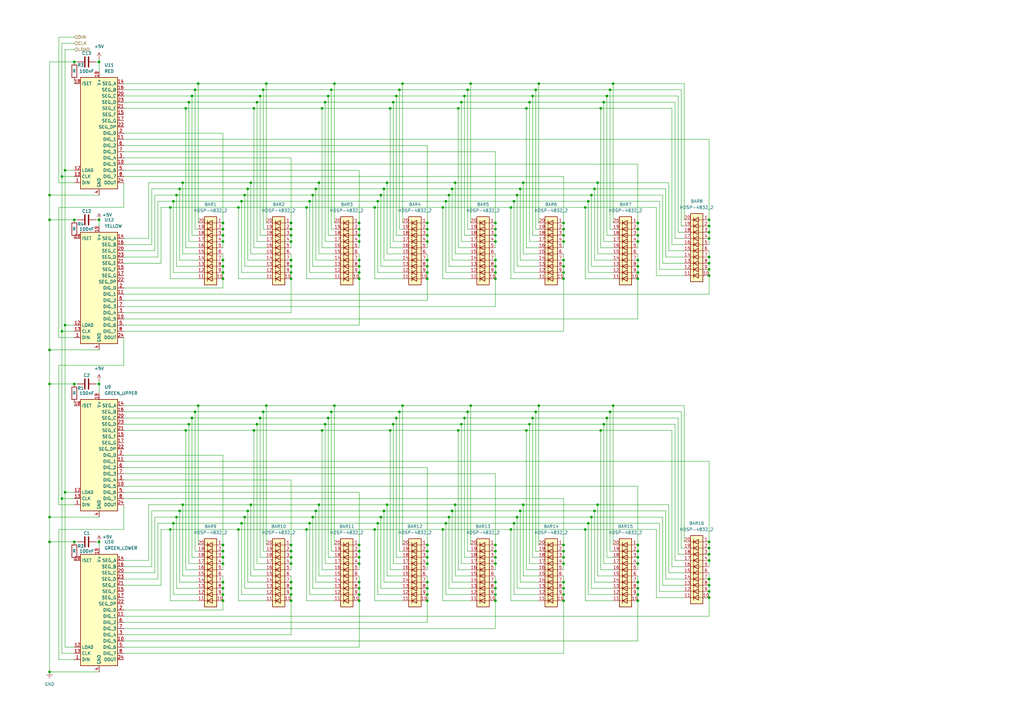
<source format=kicad_sch>
(kicad_sch (version 20231120) (generator "eeschema") (generator_version "8.0")
  (paper "A3")
  (junction (at 240.03 217.17))
  (junction (at 147.32 99.06))
  (junction (at 106.68 171.45))
  (junction (at 102.87 74.93))
  (junction (at 154.94 82.55))
  (junction (at 104.14 44.45))
  (junction (at 175.26 246.38))
  (junction (at 191.77 168.91))
  (junction (at 156.21 212.09))
  (junction (at 243.84 77.47))
  (junction (at 119.38 228.6))
  (junction (at 203.2 228.6))
  (junction (at 203.2 238.76))
  (junction (at 175.26 93.98))
  (junction (at 119.38 106.68))
  (junction (at 290.83 222.25))
  (junction (at 261.62 223.52))
  (junction (at 147.32 226.06))
  (junction (at 109.22 166.37))
  (junction (at 175.26 223.52))
  (junction (at 231.14 111.76))
  (junction (at 261.62 231.14))
  (junction (at 147.32 93.98))
  (junction (at 203.2 99.06))
  (junction (at 203.2 223.52))
  (junction (at 147.32 96.52))
  (junction (at 187.96 176.53))
  (junction (at 134.62 171.45))
  (junction (at 147.32 114.3))
  (junction (at 119.38 109.22))
  (junction (at 77.47 41.91))
  (junction (at 91.44 93.98))
  (junction (at 175.26 111.76))
  (junction (at 91.44 109.22))
  (junction (at 158.75 207.01))
  (junction (at 119.38 93.98))
  (junction (at 213.36 209.55))
  (junction (at 30.48 90.17))
  (junction (at 74.93 207.01))
  (junction (at 219.71 168.91))
  (junction (at 91.44 99.06))
  (junction (at 165.1 166.37))
  (junction (at 147.32 223.52))
  (junction (at 175.26 99.06))
  (junction (at 175.26 96.52))
  (junction (at 290.83 110.49))
  (junction (at 147.32 228.6))
  (junction (at 261.62 243.84))
  (junction (at 119.38 243.84))
  (junction (at 231.14 243.84))
  (junction (at 261.62 246.38))
  (junction (at 147.32 241.3))
  (junction (at 76.2 44.45))
  (junction (at 77.47 173.99))
  (junction (at 78.74 39.37))
  (junction (at 261.62 91.44))
  (junction (at 220.98 166.37))
  (junction (at 290.83 227.33))
  (junction (at 290.83 224.79))
  (junction (at 203.2 241.3))
  (junction (at 231.14 96.52))
  (junction (at 40.64 90.17))
  (junction (at 130.81 207.01))
  (junction (at 242.57 212.09))
  (junction (at 105.41 41.91))
  (junction (at 132.08 176.53))
  (junction (at 290.83 95.25))
  (junction (at 261.62 114.3))
  (junction (at 25.4 72.39))
  (junction (at 91.44 106.68))
  (junction (at 129.54 77.47))
  (junction (at 81.28 166.37))
  (junction (at 290.83 107.95))
  (junction (at 261.62 241.3))
  (junction (at 99.06 82.55))
  (junction (at 290.83 97.79))
  (junction (at 135.89 168.91))
  (junction (at 91.44 228.6))
  (junction (at 231.14 99.06))
  (junction (at 25.4 204.47))
  (junction (at 20.32 222.25))
  (junction (at 231.14 238.76))
  (junction (at 231.14 228.6))
  (junction (at 261.62 238.76))
  (junction (at 246.38 44.45))
  (junction (at 290.83 113.03))
  (junction (at 20.32 80.01))
  (junction (at 30.48 222.25))
  (junction (at 210.82 82.55))
  (junction (at 203.2 231.14))
  (junction (at 251.46 166.37))
  (junction (at 20.32 90.17))
  (junction (at 248.92 171.45))
  (junction (at 175.26 226.06))
  (junction (at 128.27 212.09))
  (junction (at 203.2 109.22))
  (junction (at 69.85 217.17))
  (junction (at 231.14 246.38))
  (junction (at 132.08 44.45))
  (junction (at 175.26 238.76))
  (junction (at 125.73 217.17))
  (junction (at 210.82 214.63))
  (junction (at 203.2 106.68))
  (junction (at 74.93 74.93))
  (junction (at 91.44 231.14))
  (junction (at 213.36 77.47))
  (junction (at 203.2 226.06))
  (junction (at 214.63 74.93))
  (junction (at 25.4 135.89))
  (junction (at 212.09 212.09))
  (junction (at 20.32 212.09))
  (junction (at 91.44 241.3))
  (junction (at 215.9 176.53))
  (junction (at 119.38 241.3))
  (junction (at 26.67 201.93))
  (junction (at 80.01 36.83))
  (junction (at 128.27 80.01))
  (junction (at 69.85 85.09))
  (junction (at 241.3 214.63))
  (junction (at 119.38 226.06))
  (junction (at 189.23 41.91))
  (junction (at 97.79 85.09))
  (junction (at 250.19 168.91))
  (junction (at 26.67 133.35))
  (junction (at 261.62 226.06))
  (junction (at 147.32 109.22))
  (junction (at 40.64 25.4))
  (junction (at 181.61 217.17))
  (junction (at 91.44 226.06))
  (junction (at 231.14 231.14))
  (junction (at 161.29 173.99))
  (junction (at 81.28 34.29))
  (junction (at 119.38 114.3))
  (junction (at 231.14 241.3))
  (junction (at 203.2 243.84))
  (junction (at 261.62 106.68))
  (junction (at 147.32 106.68))
  (junction (at 203.2 114.3))
  (junction (at 129.54 209.55))
  (junction (at 78.74 171.45))
  (junction (at 154.94 214.63))
  (junction (at 147.32 111.76))
  (junction (at 163.83 36.83))
  (junction (at 175.26 241.3))
  (junction (at 71.12 82.55))
  (junction (at 247.65 41.91))
  (junction (at 91.44 111.76))
  (junction (at 231.14 91.44))
  (junction (at 190.5 171.45))
  (junction (at 261.62 111.76))
  (junction (at 135.89 36.83))
  (junction (at 160.02 176.53))
  (junction (at 158.75 74.93))
  (junction (at 153.67 85.09))
  (junction (at 190.5 39.37))
  (junction (at 105.41 173.99))
  (junction (at 104.14 176.53))
  (junction (at 184.15 80.01))
  (junction (at 185.42 209.55))
  (junction (at 91.44 243.84))
  (junction (at 153.67 217.17))
  (junction (at 181.61 85.09))
  (junction (at 20.32 143.51))
  (junction (at 127 214.63))
  (junction (at 212.09 80.01))
  (junction (at 80.01 168.91))
  (junction (at 261.62 228.6))
  (junction (at 134.62 39.37))
  (junction (at 20.32 275.59))
  (junction (at 203.2 246.38))
  (junction (at 250.19 36.83))
  (junction (at 242.57 80.01))
  (junction (at 290.83 245.11))
  (junction (at 175.26 243.84))
  (junction (at 186.69 207.01))
  (junction (at 91.44 96.52))
  (junction (at 217.17 41.91))
  (junction (at 290.83 90.17))
  (junction (at 101.6 209.55))
  (junction (at 91.44 246.38))
  (junction (at 231.14 93.98))
  (junction (at 290.83 229.87))
  (junction (at 182.88 82.55))
  (junction (at 185.42 77.47))
  (junction (at 203.2 111.76))
  (junction (at 91.44 223.52))
  (junction (at 246.38 176.53))
  (junction (at 109.22 34.29))
  (junction (at 99.06 214.63))
  (junction (at 91.44 114.3))
  (junction (at 130.81 74.93))
  (junction (at 217.17 173.99))
  (junction (at 125.73 85.09))
  (junction (at 119.38 111.76))
  (junction (at 245.11 74.93))
  (junction (at 161.29 41.91))
  (junction (at 157.48 77.47))
  (junction (at 147.32 91.44))
  (junction (at 137.16 34.29))
  (junction (at 251.46 34.29))
  (junction (at 240.03 85.09))
  (junction (at 100.33 212.09))
  (junction (at 101.6 77.47))
  (junction (at 261.62 109.22))
  (junction (at 203.2 96.52))
  (junction (at 241.3 82.55))
  (junction (at 215.9 44.45))
  (junction (at 107.95 36.83))
  (junction (at 231.14 106.68))
  (junction (at 193.04 166.37))
  (junction (at 147.32 246.38))
  (junction (at 247.65 173.99))
  (junction (at 187.96 44.45))
  (junction (at 220.98 34.29))
  (junction (at 175.26 109.22))
  (junction (at 73.66 209.55))
  (junction (at 76.2 176.53))
  (junction (at 100.33 80.01))
  (junction (at 175.26 106.68))
  (junction (at 248.92 39.37))
  (junction (at 133.35 173.99))
  (junction (at 193.04 34.29))
  (junction (at 231.14 223.52))
  (junction (at 73.66 77.47))
  (junction (at 30.48 25.4))
  (junction (at 26.67 69.85))
  (junction (at 137.16 166.37))
  (junction (at 189.23 173.99))
  (junction (at 106.68 39.37))
  (junction (at 209.55 85.09))
  (junction (at 290.83 242.57))
  (junction (at 157.48 209.55))
  (junction (at 209.55 217.17))
  (junction (at 127 82.55))
  (junction (at 107.95 168.91))
  (junction (at 175.26 114.3))
  (junction (at 231.14 109.22))
  (junction (at 119.38 91.44))
  (junction (at 261.62 96.52))
  (junction (at 156.21 80.01))
  (junction (at 91.44 91.44))
  (junction (at 119.38 223.52))
  (junction (at 261.62 99.06))
  (junction (at 147.32 231.14))
  (junction (at 243.84 209.55))
  (junction (at 160.02 44.45))
  (junction (at 175.26 228.6))
  (junction (at 147.32 243.84))
  (junction (at 290.83 105.41))
  (junction (at 40.64 222.25))
  (junction (at 91.44 238.76))
  (junction (at 290.83 237.49))
  (junction (at 97.79 217.17))
  (junction (at 218.44 171.45))
  (junction (at 40.64 157.48))
  (junction (at 261.62 93.98))
  (junction (at 214.63 207.01))
  (junction (at 71.12 214.63))
  (junction (at 231.14 226.06))
  (junction (at 163.83 168.91))
  (junction (at 162.56 39.37))
  (junction (at 72.39 80.01))
  (junction (at 245.11 207.01))
  (junction (at 162.56 171.45))
  (junction (at 119.38 231.14))
  (junction (at 102.87 207.01))
  (junction (at 186.69 74.93))
  (junction (at 203.2 93.98))
  (junction (at 119.38 96.52))
  (junction (at 184.15 212.09))
  (junction (at 119.38 99.06))
  (junction (at 191.77 36.83))
  (junction (at 175.26 231.14))
  (junction (at 72.39 212.09))
  (junction (at 119.38 238.76))
  (junction (at 203.2 91.44))
  (junction (at 182.88 214.63))
  (junction (at 119.38 246.38))
  (junction (at 30.48 157.48))
  (junction (at 133.35 41.91))
  (junction (at 147.32 238.76))
  (junction (at 290.83 240.03))
  (junction (at 165.1 34.29))
  (junction (at 231.14 114.3))
  (junction (at 175.26 91.44))
  (junction (at 20.32 157.48))
  (junction (at 218.44 39.37))
  (junction (at 219.71 36.83))
  (junction (at 290.83 92.71))
  (wire (pts (xy 91.44 109.22) (xy 91.44 111.76)))
  (wire (pts (xy 213.36 77.47) (xy 243.84 77.47)))
  (wire (pts (xy 261.62 226.06) (xy 261.62 228.6)))
  (wire (pts (xy 109.22 166.37) (xy 137.16 166.37)))
  (wire (pts (xy 30.48 74.93) (xy 24.13 74.93)))
  (wire (pts (xy 97.79 217.17) (xy 125.73 217.17)))
  (wire (pts (xy 133.35 173.99) (xy 161.29 173.99)))
  (wire (pts (xy 240.03 217.17) (xy 269.24 217.17)))
  (wire (pts (xy 185.42 238.76) (xy 185.42 209.55)))
  (wire (pts (xy 184.15 212.09) (xy 212.09 212.09)))
  (wire (pts (xy 175.26 241.3) (xy 175.26 238.76)))
  (wire (pts (xy 91.44 231.14) (xy 91.44 228.6)))
  (wire (pts (xy 231.14 226.06) (xy 231.14 228.6)))
  (wire (pts (xy 189.23 41.91) (xy 217.17 41.91)))
  (wire (pts (xy 50.8 250.19) (xy 91.44 250.19)))
  (wire (pts (xy 25.4 267.97) (xy 25.4 204.47)))
  (wire (pts (xy 20.32 222.25) (xy 20.32 275.59)))
  (wire (pts (xy 40.64 222.25) (xy 40.64 224.79)))
  (wire (pts (xy 137.16 231.14) (xy 133.35 231.14)))
  (wire (pts (xy 251.46 231.14) (xy 247.65 231.14)))
  (wire (pts (xy 91.44 250.19) (xy 91.44 246.38)))
  (wire (pts (xy 279.4 224.79) (xy 279.4 168.91)))
  (wire (pts (xy 290.83 107.95) (xy 290.83 105.41)))
  (wire (pts (xy 107.95 93.98) (xy 107.95 36.83)))
  (wire (pts (xy 147.32 226.06) (xy 147.32 228.6)))
  (wire (pts (xy 137.16 223.52) (xy 137.16 166.37)))
  (wire (pts (xy 261.62 223.52) (xy 261.62 226.06)))
  (wire (pts (xy 135.89 93.98) (xy 137.16 93.98)))
  (wire (pts (xy 30.48 34.29) (xy 30.48 33.02)))
  (wire (pts (xy 290.83 95.25) (xy 290.83 97.79)))
  (wire (pts (xy 73.66 209.55) (xy 101.6 209.55)))
  (wire (pts (xy 50.8 252.73) (xy 290.83 252.73)))
  (wire (pts (xy 81.28 166.37) (xy 109.22 166.37)))
  (wire (pts (xy 128.27 109.22) (xy 128.27 80.01)))
  (wire (pts (xy 20.32 212.09) (xy 20.32 222.25)))
  (wire (pts (xy 72.39 80.01) (xy 72.39 109.22)))
  (wire (pts (xy 119.38 99.06) (xy 119.38 101.6)))
  (wire (pts (xy 212.09 80.01) (xy 242.57 80.01)))
  (wire (pts (xy 30.48 20.32) (xy 26.67 20.32)))
  (wire (pts (xy 80.01 93.98) (xy 81.28 93.98)))
  (wire (pts (xy 129.54 238.76) (xy 129.54 209.55)))
  (wire (pts (xy 50.8 135.89) (xy 231.14 135.89)))
  (wire (pts (xy 241.3 243.84) (xy 241.3 214.63)))
  (wire (pts (xy 175.26 59.69) (xy 175.26 91.44)))
  (wire (pts (xy 275.59 100.33) (xy 275.59 44.45)))
  (wire (pts (xy 203.2 257.81) (xy 203.2 246.38)))
  (wire (pts (xy 147.32 231.14) (xy 147.32 233.68)))
  (wire (pts (xy 62.23 77.47) (xy 73.66 77.47)))
  (wire (pts (xy 261.62 106.68) (xy 261.62 104.14)))
  (wire (pts (xy 270.51 110.49) (xy 270.51 82.55)))
  (wire (pts (xy 137.16 91.44) (xy 137.16 34.29)))
  (wire (pts (xy 280.67 227.33) (xy 278.13 227.33)))
  (wire (pts (xy 106.68 39.37) (xy 134.62 39.37)))
  (wire (pts (xy 193.04 166.37) (xy 220.98 166.37)))
  (wire (pts (xy 219.71 226.06) (xy 219.71 168.91)))
  (wire (pts (xy 278.13 171.45) (xy 278.13 227.33)))
  (wire (pts (xy 162.56 96.52) (xy 162.56 39.37)))
  (wire (pts (xy 245.11 236.22) (xy 245.11 207.01)))
  (wire (pts (xy 147.32 106.68) (xy 147.32 104.14)))
  (wire (pts (xy 153.67 85.09) (xy 181.61 85.09)))
  (wire (pts (xy 147.32 111.76) (xy 147.32 109.22)))
  (wire (pts (xy 30.48 207.01) (xy 24.13 207.01)))
  (wire (pts (xy 74.93 74.93) (xy 102.87 74.93)))
  (wire (pts (xy 153.67 114.3) (xy 153.67 85.09)))
  (wire (pts (xy 203.2 111.76) (xy 203.2 109.22)))
  (wire (pts (xy 109.22 238.76) (xy 101.6 238.76)))
  (wire (pts (xy 50.8 189.23) (xy 290.83 189.23)))
  (wire (pts (xy 147.32 243.84) (xy 147.32 241.3)))
  (wire (pts (xy 119.38 228.6) (xy 119.38 231.14)))
  (wire (pts (xy 30.48 25.4) (xy 31.75 25.4)))
  (wire (pts (xy 50.8 36.83) (xy 80.01 36.83)))
  (wire (pts (xy 50.8 201.93) (xy 147.32 201.93)))
  (wire (pts (xy 132.08 233.68) (xy 132.08 176.53)))
  (wire (pts (xy 203.2 243.84) (xy 203.2 241.3)))
  (wire (pts (xy 220.98 228.6) (xy 218.44 228.6)))
  (wire (pts (xy 104.14 44.45) (xy 104.14 101.6)))
  (wire (pts (xy 24.13 149.86) (xy 50.8 149.86)))
  (wire (pts (xy 137.16 238.76) (xy 129.54 238.76)))
  (wire (pts (xy 231.14 114.3) (xy 231.14 111.76)))
  (wire (pts (xy 133.35 231.14) (xy 133.35 173.99)))
  (wire (pts (xy 243.84 77.47) (xy 273.05 77.47)))
  (wire (pts (xy 125.73 114.3) (xy 125.73 85.09)))
  (wire (pts (xy 30.48 25.4) (xy 20.32 25.4)))
  (wire (pts (xy 191.77 93.98) (xy 193.04 93.98)))
  (wire (pts (xy 248.92 171.45) (xy 278.13 171.45)))
  (wire (pts (xy 214.63 74.93) (xy 245.11 74.93)))
  (wire (pts (xy 218.44 39.37) (xy 248.92 39.37)))
  (wire (pts (xy 73.66 238.76) (xy 81.28 238.76)))
  (wire (pts (xy 125.73 246.38) (xy 125.73 217.17)))
  (wire (pts (xy 243.84 106.68) (xy 243.84 77.47)))
  (wire (pts (xy 24.13 217.17) (xy 24.13 270.51)))
  (wire (pts (xy 247.65 99.06) (xy 247.65 41.91)))
  (wire (pts (xy 189.23 99.06) (xy 189.23 41.91)))
  (wire (pts (xy 91.44 104.14) (xy 91.44 106.68)))
  (wire (pts (xy 203.2 106.68) (xy 203.2 104.14)))
  (wire (pts (xy 125.73 85.09) (xy 153.67 85.09)))
  (wire (pts (xy 231.14 246.38) (xy 231.14 267.97)))
  (wire (pts (xy 20.32 212.09) (xy 40.64 212.09)))
  (wire (pts (xy 50.8 171.45) (xy 78.74 171.45)))
  (wire (pts (xy 63.5 212.09) (xy 72.39 212.09)))
  (wire (pts (xy 109.22 114.3) (xy 97.79 114.3)))
  (wire (pts (xy 261.62 262.89) (xy 261.62 246.38)))
  (wire (pts (xy 158.75 104.14) (xy 158.75 74.93)))
  (wire (pts (xy 280.67 240.03) (xy 271.78 240.03)))
  (wire (pts (xy 246.38 176.53) (xy 275.59 176.53)))
  (wire (pts (xy 280.67 102.87) (xy 274.32 102.87)))
  (wire (pts (xy 76.2 101.6) (xy 81.28 101.6)))
  (wire (pts (xy 147.32 241.3) (xy 147.32 238.76)))
  (wire (pts (xy 193.04 109.22) (xy 184.15 109.22)))
  (wire (pts (xy 290.83 229.87) (xy 290.83 232.41)))
  (wire (pts (xy 181.61 85.09) (xy 209.55 85.09)))
  (wire (pts (xy 147.32 91.44) (xy 147.32 93.98)))
  (wire (pts (xy 101.6 238.76) (xy 101.6 209.55)))
  (wire (pts (xy 127 111.76) (xy 127 82.55)))
  (wire (pts (xy 241.3 214.63) (xy 270.51 214.63)))
  (wire (pts (xy 250.19 226.06) (xy 250.19 168.91)))
  (wire (pts (xy 119.38 231.14) (xy 119.38 233.68)))
  (wire (pts (xy 26.67 265.43) (xy 30.48 265.43)))
  (wire (pts (xy 165.1 91.44) (xy 165.1 34.29)))
  (wire (pts (xy 137.16 106.68) (xy 129.54 106.68)))
  (wire (pts (xy 134.62 228.6) (xy 134.62 171.45)))
  (wire (pts (xy 210.82 214.63) (xy 241.3 214.63)))
  (wire (pts (xy 160.02 101.6) (xy 160.02 44.45)))
  (wire (pts (xy 137.16 109.22) (xy 128.27 109.22)))
  (wire (pts (xy 231.14 231.14) (xy 231.14 233.68)))
  (wire (pts (xy 50.8 120.65) (xy 290.83 120.65)))
  (wire (pts (xy 247.65 41.91) (xy 276.86 41.91)))
  (wire (pts (xy 105.41 41.91) (xy 133.35 41.91)))
  (wire (pts (xy 274.32 102.87) (xy 274.32 74.93)))
  (wire (pts (xy 135.89 93.98) (xy 135.89 36.83)))
  (wire (pts (xy 129.54 209.55) (xy 157.48 209.55)))
  (wire (pts (xy 130.81 104.14) (xy 130.81 74.93)))
  (wire (pts (xy 50.8 57.15) (xy 290.83 57.15)))
  (wire (pts (xy 50.8 74.93) (xy 50.8 85.09)))
  (wire (pts (xy 193.04 34.29) (xy 220.98 34.29)))
  (wire (pts (xy 245.11 104.14) (xy 245.11 74.93)))
  (wire (pts (xy 217.17 41.91) (xy 247.65 41.91)))
  (wire (pts (xy 203.2 91.44) (xy 203.2 93.98)))
  (wire (pts (xy 280.67 95.25) (xy 278.13 95.25)))
  (wire (pts (xy 71.12 214.63) (xy 99.06 214.63)))
  (wire (pts (xy 181.61 217.17) (xy 209.55 217.17)))
  (wire (pts (xy 76.2 233.68) (xy 81.28 233.68)))
  (wire (pts (xy 109.22 233.68) (xy 104.14 233.68)))
  (wire (pts (xy 187.96 101.6) (xy 187.96 44.45)))
  (wire (pts (xy 220.98 99.06) (xy 217.17 99.06)))
  (wire (pts (xy 132.08 176.53) (xy 160.02 176.53)))
  (wire (pts (xy 261.62 67.31) (xy 261.62 91.44)))
  (wire (pts (xy 62.23 232.41) (xy 62.23 209.55)))
  (wire (pts (xy 137.16 228.6) (xy 134.62 228.6)))
  (wire (pts (xy 71.12 243.84) (xy 81.28 243.84)))
  (wire (pts (xy 109.22 243.84) (xy 99.06 243.84)))
  (wire (pts (xy 193.04 114.3) (xy 181.61 114.3)))
  (wire (pts (xy 184.15 109.22) (xy 184.15 80.01)))
  (wire (pts (xy 215.9 44.45) (xy 246.38 44.45)))
  (wire (pts (xy 231.14 106.68) (xy 231.14 104.14)))
  (wire (pts (xy 185.42 106.68) (xy 185.42 77.47)))
  (wire (pts (xy 40.64 156.21) (xy 40.64 157.48)))
  (wire (pts (xy 215.9 176.53) (xy 246.38 176.53)))
  (wire (pts (xy 165.1 243.84) (xy 154.94 243.84)))
  (wire (pts (xy 213.36 209.55) (xy 243.84 209.55)))
  (wire (pts (xy 69.85 114.3) (xy 81.28 114.3)))
  (wire (pts (xy 240.03 114.3) (xy 240.03 85.09)))
  (wire (pts (xy 72.39 80.01) (xy 100.33 80.01)))
  (wire (pts (xy 220.98 166.37) (xy 251.46 166.37)))
  (wire (pts (xy 100.33 212.09) (xy 128.27 212.09)))
  (wire (pts (xy 91.44 238.76) (xy 91.44 241.3)))
  (wire (pts (xy 280.67 232.41) (xy 275.59 232.41)))
  (wire (pts (xy 241.3 111.76) (xy 241.3 82.55)))
  (wire (pts (xy 50.8 173.99) (xy 77.47 173.99)))
  (wire (pts (xy 251.46 166.37) (xy 280.67 166.37)))
  (wire (pts (xy 20.32 143.51) (xy 40.64 143.51)))
  (wire (pts (xy 193.04 106.68) (xy 185.42 106.68)))
  (wire (pts (xy 119.38 104.14) (xy 119.38 106.68)))
  (wire (pts (xy 128.27 80.01) (xy 156.21 80.01)))
  (wire (pts (xy 212.09 241.3) (xy 212.09 212.09)))
  (wire (pts (xy 60.96 207.01) (xy 74.93 207.01)))
  (wire (pts (xy 50.8 67.31) (xy 261.62 67.31)))
  (wire (pts (xy 91.44 111.76) (xy 91.44 114.3)))
  (wire (pts (xy 127 82.55) (xy 154.94 82.55)))
  (wire (pts (xy 50.8 194.31) (xy 203.2 194.31)))
  (wire (pts (xy 245.11 207.01) (xy 274.32 207.01)))
  (wire (pts (xy 290.83 227.33) (xy 290.83 229.87)))
  (wire (pts (xy 220.98 231.14) (xy 217.17 231.14)))
  (wire (pts (xy 91.44 118.11) (xy 91.44 114.3)))
  (wire (pts (xy 20.32 80.01) (xy 20.32 90.17)))
  (wire (pts (xy 243.84 238.76) (xy 243.84 209.55)))
  (wire (pts (xy 77.47 99.06) (xy 81.28 99.06)))
  (wire (pts (xy 109.22 241.3) (xy 100.33 241.3)))
  (wire (pts (xy 193.04 246.38) (xy 181.61 246.38)))
  (wire (pts (xy 203.2 238.76) (xy 203.2 236.22)))
  (wire (pts (xy 137.16 241.3) (xy 128.27 241.3)))
  (wire (pts (xy 290.83 90.17) (xy 290.83 92.71)))
  (wire (pts (xy 71.12 111.76) (xy 81.28 111.76)))
  (wire (pts (xy 69.85 85.09) (xy 69.85 114.3)))
  (wire (pts (xy 81.28 96.52) (xy 78.74 96.52)))
  (wire (pts (xy 280.67 222.25) (xy 280.67 166.37)))
  (wire (pts (xy 119.38 109.22) (xy 119.38 111.76)))
  (wire (pts (xy 119.38 64.77) (xy 119.38 91.44)))
  (wire (pts (xy 217.17 231.14) (xy 217.17 173.99)))
  (wire (pts (xy 242.57 109.22) (xy 242.57 80.01)))
  (wire (pts (xy 135.89 168.91) (xy 163.83 168.91)))
  (wire (pts (xy 62.23 100.33) (xy 62.23 77.47)))
  (wire (pts (xy 181.61 246.38) (xy 181.61 217.17)))
  (wire (pts (xy 156.21 109.22) (xy 156.21 80.01)))
  (wire (pts (xy 60.96 229.87) (xy 50.8 229.87)))
  (wire (pts (xy 210.82 243.84) (xy 210.82 214.63)))
  (wire (pts (xy 175.26 123.19) (xy 175.26 114.3)))
  (wire (pts (xy 77.47 173.99) (xy 105.41 173.99)))
  (wire (pts (xy 271.78 240.03) (xy 271.78 212.09)))
  (wire (pts (xy 278.13 39.37) (xy 278.13 95.25)))
  (wire (pts (xy 134.62 96.52) (xy 134.62 39.37)))
  (wire (pts (xy 147.32 238.76) (xy 147.32 236.22)))
  (wire (pts (xy 165.1 238.76) (xy 157.48 238.76)))
  (wire (pts (xy 102.87 104.14) (xy 102.87 74.93)))
  (wire (pts (xy 64.77 105.41) (xy 64.77 82.55)))
  (wire (pts (xy 24.13 270.51) (xy 30.48 270.51)))
  (wire (pts (xy 175.26 223.52) (xy 175.26 226.06)))
  (wire (pts (xy 97.79 114.3) (xy 97.79 85.09)))
  (wire (pts (xy 30.48 201.93) (xy 26.67 201.93)))
  (wire (pts (xy 119.38 111.76) (xy 119.38 114.3)))
  (wire (pts (xy 50.8 125.73) (xy 203.2 125.73)))
  (wire (pts (xy 203.2 114.3) (xy 203.2 111.76)))
  (wire (pts (xy 156.21 241.3) (xy 156.21 212.09)))
  (wire (pts (xy 50.8 72.39) (xy 231.14 72.39)))
  (wire (pts (xy 119.38 128.27) (xy 119.38 114.3)))
  (wire (pts (xy 50.8 41.91) (xy 77.47 41.91)))
  (wire (pts (xy 175.26 255.27) (xy 175.26 246.38)))
  (wire (pts (xy 119.38 106.68) (xy 119.38 109.22)))
  (wire (pts (xy 220.98 246.38) (xy 209.55 246.38)))
  (wire (pts (xy 147.32 246.38) (xy 147.32 243.84)))
  (wire (pts (xy 71.12 82.55) (xy 71.12 111.76)))
  (wire (pts (xy 191.77 226.06) (xy 193.04 226.06)))
  (wire (pts (xy 91.44 54.61) (xy 91.44 91.44)))
  (wire (pts (xy 243.84 209.55) (xy 273.05 209.55)))
  (wire (pts (xy 250.19 36.83) (xy 279.4 36.83)))
  (wire (pts (xy 175.26 91.44) (xy 175.26 93.98)))
  (wire (pts (xy 290.83 222.25) (xy 290.83 224.79)))
  (wire (pts (xy 193.04 101.6) (xy 187.96 101.6)))
  (wire (pts (xy 185.42 209.55) (xy 213.36 209.55)))
  (wire (pts (xy 24.13 207.01) (xy 24.13 149.86)))
  (wire (pts (xy 245.11 74.93) (xy 274.32 74.93)))
  (wire (pts (xy 147.32 69.85) (xy 147.32 91.44)))
  (wire (pts (xy 50.8 265.43) (xy 147.32 265.43)))
  (wire (pts (xy 69.85 85.09) (xy 97.79 85.09)))
  (wire (pts (xy 69.85 246.38) (xy 81.28 246.38)))
  (wire (pts (xy 81.28 228.6) (xy 78.74 228.6)))
  (wire (pts (xy 193.04 236.22) (xy 186.69 236.22)))
  (wire (pts (xy 50.8 64.77) (xy 119.38 64.77)))
  (wire (pts (xy 231.14 109.22) (xy 231.14 106.68)))
  (wire (pts (xy 240.03 85.09) (xy 269.24 85.09)))
  (wire (pts (xy 231.14 96.52) (xy 231.14 99.06)))
  (wire (pts (xy 220.98 238.76) (xy 213.36 238.76)))
  (wire (pts (xy 133.35 99.06) (xy 133.35 41.91)))
  (wire (pts (xy 50.8 118.11) (xy 91.44 118.11)))
  (wire (pts (xy 24.13 15.24) (xy 30.48 15.24)))
  (wire (pts (xy 50.8 128.27) (xy 119.38 128.27)))
  (wire (pts (xy 193.04 111.76) (xy 182.88 111.76)))
  (wire (pts (xy 182.88 214.63) (xy 210.82 214.63)))
  (wire (pts (xy 119.38 223.52) (xy 119.38 226.06)))
  (wire (pts (xy 231.14 204.47) (xy 231.14 223.52)))
  (wire (pts (xy 290.83 189.23) (xy 290.83 222.25)))
  (wire (pts (xy 63.5 102.87) (xy 63.5 80.01)))
  (wire (pts (xy 251.46 109.22) (xy 242.57 109.22)))
  (wire (pts (xy 157.48 209.55) (xy 185.42 209.55)))
  (wire (pts (xy 203.2 109.22) (xy 203.2 106.68)))
  (wire (pts (xy 72.39 241.3) (xy 81.28 241.3)))
  (wire (pts (xy 20.32 80.01) (xy 40.64 80.01)))
  (wire (pts (xy 74.93 236.22) (xy 81.28 236.22)))
  (wire (pts (xy 20.32 222.25) (xy 30.48 222.25)))
  (wire (pts (xy 77.47 41.91) (xy 105.41 41.91)))
  (wire (pts (xy 128.27 241.3) (xy 128.27 212.09)))
  (wire (pts (xy 50.8 267.97) (xy 231.14 267.97)))
  (wire (pts (xy 91.44 236.22) (xy 91.44 238.76)))
  (wire (pts (xy 63.5 80.01) (xy 72.39 80.01)))
  (wire (pts (xy 251.46 99.06) (xy 247.65 99.06)))
  (wire (pts (xy 109.22 111.76) (xy 99.06 111.76)))
  (wire (pts (xy 193.04 104.14) (xy 186.69 104.14)))
  (wire (pts (xy 190.5 96.52) (xy 190.5 39.37)))
  (wire (pts (xy 290.83 224.79) (xy 290.83 227.33)))
  (wire (pts (xy 175.26 228.6) (xy 175.26 231.14)))
  (wire (pts (xy 231.14 238.76) (xy 231.14 236.22)))
  (wire (pts (xy 137.16 233.68) (xy 132.08 233.68)))
  (wire (pts (xy 50.8 123.19) (xy 175.26 123.19)))
  (wire (pts (xy 100.33 109.22) (xy 100.33 80.01)))
  (wire (pts (xy 280.67 90.17) (xy 280.67 34.29)))
  (wire (pts (xy 231.14 241.3) (xy 231.14 238.76)))
  (wire (pts (xy 50.8 62.23) (xy 203.2 62.23)))
  (wire (pts (xy 165.1 109.22) (xy 156.21 109.22)))
  (wire (pts (xy 72.39 109.22) (xy 81.28 109.22)))
  (wire (pts (xy 154.94 214.63) (xy 182.88 214.63)))
  (wire (pts (xy 261.62 109.22) (xy 261.62 106.68)))
  (wire (pts (xy 193.04 228.6) (xy 190.5 228.6)))
  (wire (pts (xy 134.62 39.37) (xy 162.56 39.37)))
  (wire (pts (xy 104.14 176.53) (xy 104.14 233.68)))
  (wire (pts (xy 175.26 231.14) (xy 175.26 233.68)))
  (wire (pts (xy 193.04 238.76) (xy 185.42 238.76)))
  (wire (pts (xy 273.05 237.49) (xy 273.05 209.55)))
  (wire (pts (xy 163.83 168.91) (xy 191.77 168.91)))
  (wire (pts (xy 290.83 237.49) (xy 290.83 234.95)))
  (wire (pts (xy 165.1 241.3) (xy 156.21 241.3)))
  (wire (pts (xy 109.22 109.22) (xy 100.33 109.22)))
  (wire (pts (xy 127 214.63) (xy 154.94 214.63)))
  (wire (pts (xy 119.38 96.52) (xy 119.38 99.06)))
  (wire (pts (xy 133.35 41.91) (xy 161.29 41.91)))
  (wire (pts (xy 24.13 138.43) (xy 30.48 138.43)))
  (wire (pts (xy 251.46 34.29) (xy 280.67 34.29)))
  (wire (pts (xy 247.65 231.14) (xy 247.65 173.99)))
  (wire (pts (xy 231.14 243.84) (xy 231.14 241.3)))
  (wire (pts (xy 203.2 223.52) (xy 203.2 226.06)))
  (wire (pts (xy 163.83 36.83) (xy 191.77 36.83)))
  (wire (pts (xy 220.98 241.3) (xy 212.09 241.3)))
  (wire (pts (xy 220.98 34.29) (xy 251.46 34.29)))
  (wire (pts (xy 119.38 241.3) (xy 119.38 243.84)))
  (wire (pts (xy 220.98 91.44) (xy 220.98 34.29)))
  (wire (pts (xy 184.15 80.01) (xy 212.09 80.01)))
  (wire (pts (xy 50.8 232.41) (xy 62.23 232.41)))
  (wire (pts (xy 109.22 101.6) (xy 104.14 101.6)))
  (wire (pts (xy 26.67 69.85) (xy 26.67 133.35)))
  (wire (pts (xy 251.46 246.38) (xy 240.03 246.38)))
  (wire (pts (xy 60.96 97.79) (xy 50.8 97.79)))
  (wire (pts (xy 81.28 166.37) (xy 81.28 223.52)))
  (wire (pts (xy 271.78 107.95) (xy 271.78 80.01)))
  (wire (pts (xy 91.44 243.84) (xy 91.44 246.38)))
  (wire (pts (xy 66.04 107.95) (xy 66.04 85.09)))
  (wire (pts (xy 246.38 44.45) (xy 275.59 44.45)))
  (wire (pts (xy 119.38 260.35) (xy 119.38 246.38)))
  (wire (pts (xy 193.04 99.06) (xy 189.23 99.06)))
  (wire (pts (xy 50.8 166.37) (xy 81.28 166.37)))
  (wire (pts (xy 69.85 217.17) (xy 97.79 217.17)))
  (wire (pts (xy 137.16 246.38) (xy 125.73 246.38)))
  (wire (pts (xy 25.4 17.78) (xy 25.4 72.39)))
  (wire (pts (xy 50.8 149.86) (xy 50.8 138.43)))
  (wire (pts (xy 40.64 24.13) (xy 40.64 25.4)))
  (wire (pts (xy 50.8 191.77) (xy 175.26 191.77)))
  (wire (pts (xy 40.64 157.48) (xy 40.64 161.29)))
  (wire (pts (xy 119.38 91.44) (xy 119.38 93.98)))
  (wire (pts (xy 175.26 246.38) (xy 175.26 243.84)))
  (wire (pts (xy 241.3 82.55) (xy 270.51 82.55)))
  (wire (pts (xy 157.48 106.68) (xy 157.48 77.47)))
  (wire (pts (xy 242.57 212.09) (xy 271.78 212.09)))
  (wire (pts (xy 71.12 214.63) (xy 71.12 243.84)))
  (wire (pts (xy 24.13 85.09) (xy 24.13 138.43)))
  (wire (pts (xy 105.41 231.14) (xy 105.41 173.99)))
  (wire (pts (xy 193.04 231.14) (xy 189.23 231.14)))
  (wire (pts (xy 165.1 236.22) (xy 158.75 236.22)))
  (wire (pts (xy 251.46 166.37) (xy 251.46 223.52)))
  (wire (pts (xy 157.48 238.76) (xy 157.48 209.55)))
  (wire (pts (xy 261.62 241.3) (xy 261.62 238.76)))
  (wire (pts (xy 50.8 237.49) (xy 64.77 237.49)))
  (wire (pts (xy 102.87 207.01) (xy 130.81 207.01)))
  (wire (pts (xy 213.36 238.76) (xy 213.36 209.55)))
  (wire (pts (xy 154.94 243.84) (xy 154.94 214.63)))
  (wire (pts (xy 77.47 231.14) (xy 81.28 231.14)))
  (wire (pts (xy 214.63 104.14) (xy 214.63 74.93)))
  (wire (pts (xy 250.19 168.91) (xy 279.4 168.91)))
  (wire (pts (xy 20.32 157.48) (xy 30.48 157.48)))
  (wire (pts (xy 290.83 97.79) (xy 290.83 100.33)))
  (wire (pts (xy 99.06 243.84) (xy 99.06 214.63)))
  (wire (pts (xy 290.83 240.03) (xy 290.83 237.49)))
  (wire (pts (xy 91.44 226.06) (xy 91.44 228.6)))
  (wire (pts (xy 203.2 194.31) (xy 203.2 223.52)))
  (wire (pts (xy 184.15 241.3) (xy 184.15 212.09)))
  (wire (pts (xy 181.61 114.3) (xy 181.61 85.09)))
  (wire (pts (xy 261.62 231.14) (xy 261.62 233.68)))
  (wire (pts (xy 157.48 77.47) (xy 185.42 77.47)))
  (wire (pts (xy 78.74 39.37) (xy 106.68 39.37)))
  (wire (pts (xy 119.38 93.98) (xy 119.38 96.52)))
  (wire (pts (xy 251.46 104.14) (xy 245.11 104.14)))
  (wire (pts (xy 220.98 109.22) (xy 212.09 109.22)))
  (wire (pts (xy 156.21 212.09) (xy 184.15 212.09)))
  (wire (pts (xy 119.38 238.76) (xy 119.38 241.3)))
  (wire (pts (xy 147.32 96.52) (xy 147.32 99.06)))
  (wire (pts (xy 269.24 113.03) (xy 269.24 85.09)))
  (wire (pts (xy 20.32 25.4) (xy 20.32 80.01)))
  (wire (pts (xy 73.66 209.55) (xy 73.66 238.76)))
  (wire (pts (xy 251.46 233.68) (xy 246.38 233.68)))
  (wire (pts (xy 209.55 85.09) (xy 240.03 85.09)))
  (wire (pts (xy 78.74 96.52) (xy 78.74 39.37)))
  (wire (pts (xy 191.77 36.83) (xy 219.71 36.83)))
  (wire (pts (xy 130.81 74.93) (xy 158.75 74.93)))
  (wire (pts (xy 213.36 106.68) (xy 213.36 77.47)))
  (wire (pts (xy 137.16 111.76) (xy 127 111.76)))
  (wire (pts (xy 165.1 228.6) (xy 162.56 228.6)))
  (wire (pts (xy 50.8 240.03) (xy 66.04 240.03)))
  (wire (pts (xy 163.83 93.98) (xy 163.83 36.83)))
  (wire (pts (xy 279.4 92.71) (xy 280.67 92.71)))
  (wire (pts (xy 220.98 233.68) (xy 215.9 233.68)))
  (wire (pts (xy 163.83 93.98) (xy 165.1 93.98)))
  (wire (pts (xy 187.96 176.53) (xy 215.9 176.53)))
  (wire (pts (xy 50.8 255.27) (xy 175.26 255.27)))
  (wire (pts (xy 137.16 101.6) (xy 132.08 101.6)))
  (wire (pts (xy 160.02 44.45) (xy 187.96 44.45)))
  (wire (pts (xy 280.67 100.33) (xy 275.59 100.33)))
  (wire (pts (xy 158.75 207.01) (xy 186.69 207.01)))
  (wire (pts (xy 261.62 99.06) (xy 261.62 101.6)))
  (wire (pts (xy 147.32 228.6) (xy 147.32 231.14)))
  (wire (pts (xy 220.98 96.52) (xy 218.44 96.52)))
  (wire (pts (xy 50.8 133.35) (xy 147.32 133.35)))
  (wire (pts (xy 81.28 34.29) (xy 81.28 91.44)))
  (wire (pts (xy 290.83 245.11) (xy 290.83 242.57)))
  (wire (pts (xy 186.69 74.93) (xy 214.63 74.93)))
  (wire (pts (xy 71.12 82.55) (xy 99.06 82.55)))
  (wire (pts (xy 147.32 223.52) (xy 147.32 226.06)))
  (wire (pts (xy 219.71 168.91) (xy 250.19 168.91)))
  (wire (pts (xy 107.95 93.98) (xy 109.22 93.98)))
  (wire (pts (xy 161.29 173.99) (xy 189.23 173.99)))
  (wire (pts (xy 210.82 111.76) (xy 210.82 82.55)))
  (wire (pts (xy 158.75 74.93) (xy 186.69 74.93)))
  (wire (pts (xy 40.64 25.4) (xy 40.64 29.21)))
  (wire (pts (xy 190.5 171.45) (xy 218.44 171.45)))
  (wire (pts (xy 78.74 228.6) (xy 78.74 171.45)))
  (wire (pts (xy 210.82 82.55) (xy 241.3 82.55)))
  (wire (pts (xy 290.83 120.65) (xy 290.83 113.03)))
  (wire (pts (xy 191.77 226.06) (xy 191.77 168.91)))
  (wire (pts (xy 280.67 97.79) (xy 276.86 97.79)))
  (wire (pts (xy 132.08 44.45) (xy 160.02 44.45)))
  (wire (pts (xy 91.44 241.3) (xy 91.44 243.84)))
  (wire (pts (xy 76.2 176.53) (xy 76.2 233.68)))
  (wire (pts (xy 175.26 99.06) (xy 175.26 101.6)))
  (wire (pts (xy 74.93 74.93) (xy 74.93 104.14)))
  (wire (pts (xy 64.77 82.55) (xy 71.12 82.55)))
  (wire (pts (xy 80.01 168.91) (xy 107.95 168.91)))
  (wire (pts (xy 50.8 204.47) (xy 231.14 204.47)))
  (wire (pts (xy 276.86 229.87) (xy 276.86 173.99)))
  (wire (pts (xy 250.19 226.06) (xy 251.46 226.06)))
  (wire (pts (xy 50.8 69.85) (xy 147.32 69.85)))
  (wire (pts (xy 190.5 39.37) (xy 218.44 39.37)))
  (wire (pts (xy 30.48 222.25) (xy 31.75 222.25)))
  (wire (pts (xy 209.55 246.38) (xy 209.55 217.17)))
  (wire (pts (xy 280.67 110.49) (xy 270.51 110.49)))
  (wire (pts (xy 280.67 107.95) (xy 271.78 107.95)))
  (wire (pts (xy 109.22 231.14) (xy 105.41 231.14)))
  (wire (pts (xy 137.16 99.06) (xy 133.35 99.06)))
  (wire (pts (xy 60.96 74.93) (xy 74.93 74.93)))
  (wire (pts (xy 66.04 85.09) (xy 69.85 85.09)))
  (wire (pts (xy 137.16 166.37) (xy 165.1 166.37)))
  (wire (pts (xy 91.44 99.06) (xy 91.44 101.6)))
  (wire (pts (xy 119.38 243.84) (xy 119.38 246.38)))
  (wire (pts (xy 50.8 59.69) (xy 175.26 59.69)))
  (wire (pts (xy 77.47 173.99) (xy 77.47 231.14)))
  (wire (pts (xy 50.8 130.81) (xy 261.62 130.81)))
  (wire (pts (xy 156.21 80.01) (xy 184.15 80.01)))
  (wire (pts (xy 137.16 243.84) (xy 127 243.84)))
  (wire (pts (xy 107.95 36.83) (xy 135.89 36.83)))
  (wire (pts (xy 175.26 114.3) (xy 175.26 111.76)))
  (wire (pts (xy 91.44 231.14) (xy 91.44 233.68)))
  (wire (pts (xy 101.6 209.55) (xy 129.54 209.55)))
  (wire (pts (xy 147.32 99.06) (xy 147.32 101.6)))
  (wire (pts (xy 275.59 232.41) (xy 275.59 176.53)))
  (wire (pts (xy 280.67 229.87) (xy 276.86 229.87)))
  (wire (pts (xy 251.46 34.29) (xy 251.46 91.44)))
  (wire (pts (xy 107.95 226.06) (xy 107.95 168.91)))
  (wire (pts (xy 30.48 166.37) (xy 30.48 165.1)))
  (wire (pts (xy 101.6 77.47) (xy 129.54 77.47)))
  (wire (pts (xy 203.2 99.06) (xy 203.2 101.6)))
  (wire (pts (xy 109.22 96.52) (xy 106.68 96.52)))
  (wire (pts (xy 165.1 104.14) (xy 158.75 104.14)))
  (wire (pts (xy 203.2 228.6) (xy 203.2 231.14)))
  (wire (pts (xy 165.1 34.29) (xy 193.04 34.29)))
  (wire (pts (xy 165.1 246.38) (xy 153.67 246.38)))
  (wire (pts (xy 219.71 226.06) (xy 220.98 226.06)))
  (wire (pts (xy 26.67 133.35) (xy 26.67 201.93)))
  (wire (pts (xy 106.68 171.45) (xy 134.62 171.45)))
  (wire (pts (xy 137.16 96.52) (xy 134.62 96.52)))
  (wire (pts (xy 147.32 265.43) (xy 147.32 246.38)))
  (wire (pts (xy 26.67 133.35) (xy 30.48 133.35)))
  (wire (pts (xy 162.56 228.6) (xy 162.56 171.45)))
  (wire (pts (xy 97.79 246.38) (xy 97.79 217.17)))
  (wire (pts (xy 161.29 41.91) (xy 189.23 41.91)))
  (wire (pts (xy 220.98 101.6) (xy 215.9 101.6)))
  (wire (pts (xy 60.96 229.87) (xy 60.96 207.01)))
  (wire (pts (xy 20.32 157.48) (xy 20.32 212.09)))
  (wire (pts (xy 161.29 231.14) (xy 161.29 173.99)))
  (wire (pts (xy 30.48 90.17) (xy 31.75 90.17)))
  (wire (pts (xy 212.09 109.22) (xy 212.09 80.01)))
  (wire (pts (xy 50.8 176.53) (xy 76.2 176.53)))
  (wire (pts (xy 109.22 91.44) (xy 109.22 34.29)))
  (wire (pts (xy 261.62 199.39) (xy 261.62 223.52)))
  (wire (pts (xy 165.1 223.52) (xy 165.1 166.37)))
  (wire (pts (xy 203.2 241.3) (xy 203.2 238.76)))
  (wire (pts (xy 91.44 91.44) (xy 91.44 93.98)))
  (wire (pts (xy 231.14 243.84) (xy 231.14 246.38)))
  (wire (pts (xy 231.14 93.98) (xy 231.14 96.52)))
  (wire (pts (xy 193.04 223.52) (xy 193.04 166.37)))
  (wire (pts (xy 72.39 212.09) (xy 100.33 212.09)))
  (wire (pts (xy 182.88 111.76) (xy 182.88 82.55)))
  (wire (pts (xy 280.67 234.95) (xy 274.32 234.95)))
  (wire (pts (xy 50.8 217.17) (xy 24.13 217.17)))
  (wire (pts (xy 66.04 240.03) (xy 66.04 217.17)))
  (wire (pts (xy 175.26 238.76) (xy 175.26 236.22)))
  (wire (pts (xy 163.83 226.06) (xy 165.1 226.06)))
  (wire (pts (xy 220.98 236.22) (xy 214.63 236.22)))
  (wire (pts (xy 185.42 77.47) (xy 213.36 77.47)))
  (wire (pts (xy 193.04 91.44) (xy 193.04 34.29)))
  (wire (pts (xy 219.71 93.98) (xy 220.98 93.98)))
  (wire (pts (xy 99.06 82.55) (xy 127 82.55)))
  (wire (pts (xy 251.46 114.3) (xy 240.03 114.3)))
  (wire (pts (xy 290.83 110.49) (xy 290.83 107.95)))
  (wire (pts (xy 20.32 143.51) (xy 20.32 157.48)))
  (wire (pts (xy 137.16 104.14) (xy 130.81 104.14)))
  (wire (pts (xy 109.22 223.52) (xy 109.22 166.37)))
  (wire (pts (xy 39.37 157.48) (xy 40.64 157.48)))
  (wire (pts (xy 76.2 44.45) (xy 104.14 44.45)))
  (wire (pts (xy 97.79 85.09) (xy 125.73 85.09)))
  (wire (pts (xy 290.83 242.57) (xy 290.83 240.03)))
  (wire (pts (xy 251.46 243.84) (xy 241.3 243.84)))
  (wire (pts (xy 78.74 171.45) (xy 106.68 171.45)))
  (wire (pts (xy 203.2 93.98) (xy 203.2 96.52)))
  (wire (pts (xy 190.5 228.6) (xy 190.5 171.45)))
  (wire (pts (xy 50.8 107.95) (xy 66.04 107.95)))
  (wire (pts (xy 215.9 233.68) (xy 215.9 176.53)))
  (wire (pts (xy 74.93 207.01) (xy 74.93 236.22)))
  (wire (pts (xy 209.55 217.17) (xy 240.03 217.17)))
  (wire (pts (xy 203.2 226.06) (xy 203.2 228.6)))
  (wire (pts (xy 39.37 25.4) (xy 40.64 25.4)))
  (wire (pts (xy 290.83 252.73) (xy 290.83 245.11)))
  (wire (pts (xy 154.94 82.55) (xy 182.88 82.55)))
  (wire (pts (xy 134.62 171.45) (xy 162.56 171.45)))
  (wire (pts (xy 125.73 217.17) (xy 153.67 217.17)))
  (wire (pts (xy 251.46 106.68) (xy 243.84 106.68)))
  (wire (pts (xy 119.38 196.85) (xy 119.38 223.52)))
  (wire (pts (xy 147.32 111.76) (xy 147.32 114.3)))
  (wire (pts (xy 109.22 104.14) (xy 102.87 104.14)))
  (wire (pts (xy 175.26 226.06) (xy 175.26 228.6)))
  (wire (pts (xy 240.03 246.38) (xy 240.03 217.17)))
  (wire (pts (xy 73.66 106.68) (xy 81.28 106.68)))
  (wire (pts (xy 50.8 100.33) (xy 62.23 100.33)))
  (wire (pts (xy 250.19 93.98) (xy 250.19 36.83)))
  (wire (pts (xy 73.66 77.47) (xy 101.6 77.47)))
  (wire (pts (xy 50.8 39.37) (xy 78.74 39.37)))
  (wire (pts (xy 165.1 96.52) (xy 162.56 96.52)))
  (wire (pts (xy 212.09 212.09) (xy 242.57 212.09)))
  (wire (pts (xy 91.44 99.06) (xy 91.44 96.52)))
  (wire (pts (xy 76.2 176.53) (xy 104.14 176.53)))
  (wire (pts (xy 175.26 109.22) (xy 175.26 106.68)))
  (wire (pts (xy 175.26 106.68) (xy 175.26 104.14)))
  (wire (pts (xy 50.8 186.69) (xy 91.44 186.69)))
  (wire (pts (xy 280.67 245.11) (xy 269.24 245.11)))
  (wire (pts (xy 203.2 96.52) (xy 203.2 99.06)))
  (wire (pts (xy 74.93 104.14) (xy 81.28 104.14)))
  (wire (pts (xy 154.94 111.76) (xy 154.94 82.55)))
  (wire (pts (xy 25.4 135.89) (xy 25.4 72.39)))
  (wire (pts (xy 109.22 34.29) (xy 137.16 34.29)))
  (wire (pts (xy 137.16 114.3) (xy 125.73 114.3)))
  (wire (pts (xy 251.46 228.6) (xy 248.92 228.6)))
  (wire (pts (xy 100.33 80.01) (xy 128.27 80.01)))
  (wire (pts (xy 160.02 233.68) (xy 160.02 176.53)))
  (wire (pts (xy 189.23 173.99) (xy 217.17 173.99)))
  (wire (pts (xy 186.69 104.14) (xy 186.69 74.93)))
  (wire (pts (xy 251.46 241.3) (xy 242.57 241.3)))
  (wire (pts (xy 109.22 106.68) (xy 101.6 106.68)))
  (wire (pts (xy 290.83 57.15) (xy 290.83 90.17)))
  (wire (pts (xy 203.2 246.38) (xy 203.2 243.84)))
  (wire (pts (xy 193.04 241.3) (xy 184.15 241.3)))
  (wire (pts (xy 109.22 236.22) (xy 102.87 236.22)))
  (wire (pts (xy 39.37 90.17) (xy 40.64 90.17)))
  (wire (pts (xy 25.4 72.39) (xy 30.48 72.39)))
  (wire (pts (xy 130.81 236.22) (xy 130.81 207.01)))
  (wire (pts (xy 219.71 93.98) (xy 219.71 36.83)))
  (wire (pts (xy 261.62 228.6) (xy 261.62 231.14)))
  (wire (pts (xy 182.88 82.55) (xy 210.82 82.55)))
  (wire (pts (xy 182.88 243.84) (xy 182.88 214.63)))
  (wire (pts (xy 30.48 90.17) (xy 20.32 90.17)))
  (wire (pts (xy 60.96 97.79) (xy 60.96 74.93)))
  (wire (pts (xy 189.23 231.14) (xy 189.23 173.99)))
  (wire (pts (xy 220.98 104.14) (xy 214.63 104.14)))
  (wire (pts (xy 102.87 74.93) (xy 130.81 74.93)))
  (wire (pts (xy 261.62 96.52) (xy 261.62 99.06)))
  (wire (pts (xy 187.96 233.68) (xy 187.96 176.53)))
  (wire (pts (xy 276.86 97.79) (xy 276.86 41.91)))
  (wire (pts (xy 50.8 54.61) (xy 91.44 54.61)))
  (wire (pts (xy 214.63 236.22) (xy 214.63 207.01)))
  (wire (pts (xy 64.77 237.49) (xy 64.77 214.63)))
  (wire (pts (xy 270.51 242.57) (xy 270.51 214.63)))
  (wire (pts (xy 220.98 106.68) (xy 213.36 106.68)))
  (wire (pts (xy 77.47 41.91) (xy 77.47 99.06)))
  (wire (pts (xy 261.62 238.76) (xy 261.62 236.22)))
  (wire (pts (xy 104.14 44.45) (xy 132.08 44.45)))
  (wire (pts (xy 219.71 36.83) (xy 250.19 36.83)))
  (wire (pts (xy 80.01 168.91) (xy 80.01 226.06)))
  (wire (pts (xy 251.46 96.52) (xy 248.92 96.52)))
  (wire (pts (xy 280.67 105.41) (xy 273.05 105.41)))
  (wire (pts (xy 175.26 93.98) (xy 175.26 96.52)))
  (wire (pts (xy 193.04 233.68) (xy 187.96 233.68)))
  (wire (pts (xy 193.04 243.84) (xy 182.88 243.84)))
  (wire (pts (xy 20.32 90.17) (xy 20.32 143.51)))
  (wire (pts (xy 102.87 236.22) (xy 102.87 207.01)))
  (wire (pts (xy 26.67 20.32) (xy 26.67 69.85)))
  (wire (pts (xy 30.48 157.48) (xy 31.75 157.48)))
  (wire (pts (xy 165.1 233.68) (xy 160.02 233.68)))
  (wire (pts (xy 203.2 62.23) (xy 203.2 91.44)))
  (wire (pts (xy 220.98 223.52) (xy 220.98 166.37)))
  (wire (pts (xy 91.44 106.68) (xy 91.44 109.22)))
  (wire (pts (xy 231.14 72.39) (xy 231.14 91.44)))
  (wire (pts (xy 162.56 171.45) (xy 190.5 171.45)))
  (wire (pts (xy 279.4 224.79) (xy 280.67 224.79)))
  (wire (pts (xy 215.9 101.6) (xy 215.9 44.45)))
  (wire (pts (xy 80.01 226.06) (xy 81.28 226.06)))
  (wire (pts (xy 109.22 99.06) (xy 105.41 99.06)))
  (wire (pts (xy 91.44 93.98) (xy 91.44 96.52)))
  (wire (pts (xy 50.8 105.41) (xy 64.77 105.41)))
  (wire (pts (xy 261.62 93.98) (xy 261.62 96.52)))
  (wire (pts (xy 273.05 105.41) (xy 273.05 77.47)))
  (wire (pts (xy 30.48 17.78) (xy 25.4 17.78)))
  (wire (pts (xy 242.57 80.01) (xy 271.78 80.01)))
  (wire (pts (xy 231.14 228.6) (xy 231.14 231.14)))
  (wire (pts (xy 129.54 106.68) (xy 129.54 77.47)))
  (wire (pts (xy 261.62 243.84) (xy 261.62 241.3)))
  (wire (pts (xy 187.96 44.45) (xy 215.9 44.45)))
  (wire (pts (xy 137.16 236.22) (xy 130.81 236.22)))
  (wire (pts (xy 147.32 201.93) (xy 147.32 223.52)))
  (wire (pts (xy 165.1 111.76) (xy 154.94 111.76)))
  (wire (pts (xy 91.44 186.69) (xy 91.44 223.52)))
  (wire (pts (xy 158.75 236.22) (xy 158.75 207.01)))
  (wire (pts (xy 26.67 201.93) (xy 26.67 265.43)))
  (wire (pts (xy 50.8 44.45) (xy 76.2 44.45)))
  (wire (pts (xy 175.26 96.52) (xy 175.26 99.06)))
  (wire (pts (xy 50.8 85.09) (xy 24.13 85.09)))
  (wire (pts (xy 30.48 69.85) (xy 26.67 69.85)))
  (wire (pts (xy 231.14 91.44) (xy 231.14 93.98)))
  (wire (pts (xy 250.19 93.98) (xy 251.46 93.98)))
  (wire (pts (xy 64.77 214.63) (xy 71.12 214.63)))
  (wire (pts (xy 214.63 207.01) (xy 245.11 207.01)))
  (wire (pts (xy 50.8 199.39) (xy 261.62 199.39)))
  (wire (pts (xy 135.89 36.83) (xy 163.83 36.83)))
  (wire (pts (xy 74.93 207.01) (xy 102.87 207.01)))
  (wire (pts (xy 147.32 109.22) (xy 147.32 106.68)))
  (wire (pts (xy 274.32 234.95) (xy 274.32 207.01)))
  (wire (pts (xy 165.1 166.37) (xy 193.04 166.37)))
  (wire (pts (xy 248.92 39.37) (xy 278.13 39.37)))
  (wire (pts (xy 261.62 114.3) (xy 261.62 111.76)))
  (wire (pts (xy 135.89 226.06) (xy 137.16 226.06)))
  (wire (pts (xy 107.95 226.06) (xy 109.22 226.06)))
  (wire (pts (xy 251.46 111.76) (xy 241.3 111.76)))
  (wire (pts (xy 130.81 207.01) (xy 158.75 207.01)))
  (wire (pts (xy 220.98 111.76) (xy 210.82 111.76)))
  (wire (pts (xy 175.26 191.77) (xy 175.26 223.52)))
  (wire (pts (xy 137.16 34.29) (xy 165.1 34.29)))
  (wire (pts (xy 165.1 231.14) (xy 161.29 231.14)))
  (wire (pts (xy 231.14 111.76) (xy 231.14 109.22)))
  (wire (pts (xy 290.83 92.71) (xy 290.83 95.25)))
  (wire (pts (xy 217.17 99.06) (xy 217.17 41.91)))
  (wire (pts (xy 99.06 214.63) (xy 127 214.63)))
  (wire (pts (xy 261.62 111.76) (xy 261.62 109.22)))
  (wire (pts (xy 50.8 234.95) (xy 63.5 234.95)))
  (wire (pts (xy 248.92 228.6) (xy 248.92 171.45)))
  (wire (pts (xy 81.28 34.29) (xy 109.22 34.29)))
  (wire (pts (xy 251.46 238.76) (xy 243.84 238.76)))
  (wire (pts (xy 248.92 96.52) (xy 248.92 39.37)))
  (wire (pts (xy 242.57 241.3) (xy 242.57 212.09)))
  (wire (pts (xy 135.89 226.06) (xy 135.89 168.91)))
  (wire (pts (xy 30.48 135.89) (xy 25.4 135.89)))
  (wire (pts (xy 106.68 228.6) (xy 106.68 171.45)))
  (wire (pts (xy 193.04 96.52) (xy 190.5 96.52)))
  (wire (pts (xy 129.54 77.47) (xy 157.48 77.47)))
  (wire (pts (xy 50.8 102.87) (xy 63.5 102.87)))
  (wire (pts (xy 153.67 217.17) (xy 181.61 217.17)))
  (wire (pts (xy 128.27 212.09) (xy 156.21 212.09)))
  (wire (pts (xy 280.67 237.49) (xy 273.05 237.49)))
  (wire (pts (xy 246.38 101.6) (xy 246.38 44.45)))
  (wire (pts (xy 69.85 217.17) (xy 69.85 246.38)))
  (wire (pts (xy 220.98 243.84) (xy 210.82 243.84)))
  (wire (pts (xy 91.44 223.52) (xy 91.44 226.06)))
  (wire (pts (xy 66.04 217.17) (xy 69.85 217.17)))
  (wire (pts (xy 119.38 236.22) (xy 119.38 238.76)))
  (wire (pts (xy 62.23 209.55) (xy 73.66 209.55)))
  (wire (pts (xy 186.69 236.22) (xy 186.69 207.01)))
  (wire (pts (xy 165.1 99.06) (xy 161.29 99.06)))
  (wire (pts (xy 147.32 114.3) (xy 147.32 133.35)))
  (wire (pts (xy 73.66 77.47) (xy 73.66 106.68)))
  (wire (pts (xy 109.22 228.6) (xy 106.68 228.6)))
  (wire (pts (xy 101.6 106.68) (xy 101.6 77.47)))
  (wire (pts (xy 63.5 234.95) (xy 63.5 212.09)))
  (wire (pts (xy 107.95 168.91) (xy 135.89 168.91)))
  (wire (pts (xy 153.67 246.38) (xy 153.67 217.17)))
  (wire (pts (xy 39.37 222.25) (xy 40.64 222.25)))
  (wire (pts (xy 99.06 111.76) (xy 99.06 82.55)))
  (wire (pts (xy 105.41 99.06) (xy 105.41 41.91)))
  (wire (pts (xy 191.77 168.91) (xy 219.71 168.91)))
  (wire (pts (xy 40.64 90.17) (xy 40.64 92.71)))
  (wire (pts (xy 246.38 233.68) (xy 246.38 176.53)))
  (wire (pts (xy 218.44 228.6) (xy 218.44 171.45)))
  (wire (pts (xy 109.22 246.38) (xy 97.79 246.38)))
  (wire (pts (xy 209.55 114.3) (xy 209.55 85.09)))
  (wire (pts (xy 24.13 15.24) (xy 24.13 74.93)))
  (wire (pts (xy 25.4 135.89) (xy 25.4 204.47)))
  (wire (pts (xy 261.62 91.44) (xy 261.62 93.98)))
  (wire (pts (xy 280.67 113.03) (xy 269.24 113.03)))
  (wire (pts (xy 104.14 176.53) (xy 132.08 176.53)))
  (wire (pts (xy 186.69 207.01) (xy 214.63 207.01)))
  (wire (pts (xy 50.8 207.01) (xy 50.8 217.17)))
  (wire (pts (xy 203.2 231.14) (xy 203.2 233.68)))
  (wire (pts (xy 105.41 173.99) (xy 133.35 173.99)))
  (wire (pts (xy 50.8 260.35) (xy 119.38 260.35)))
  (wire (pts (xy 279.4 92.71) (xy 279.4 36.83)))
  (wire (pts (xy 251.46 236.22) (xy 245.11 236.22)))
  (wire (pts (xy 119.38 226.06) (xy 119.38 228.6)))
  (wire (pts (xy 165.1 106.68) (xy 157.48 106.68)))
  (wire (pts (xy 175.26 243.84) (xy 175.26 241.3)))
  (wire (pts (xy 165.1 114.3) (xy 153.67 114.3)))
  (wire (pts (xy 290.83 113.03) (xy 290.83 110.49)))
  (wire (pts (xy 269.24 245.11) (xy 269.24 217.17)))
  (wire (pts (xy 72.39 212.09) (xy 72.39 241.3)))
  (wire (pts (xy 106.68 96.52) (xy 106.68 39.37)))
  (wire (pts (xy 261.62 246.38) (xy 261.62 243.84)))
  (wire (pts (xy 231.14 135.89) (xy 231.14 114.3)))
  (wire (pts (xy 163.83 226.06) (xy 163.83 168.91)))
  (wire (pts (xy 247.65 173.99) (xy 276.86 173.99)))
  (wire (pts (xy 25.4 204.47) (xy 30.48 204.47)))
  (wire (pts (xy 160.02 176.53) (xy 187.96 176.53)))
  (wire (pts (xy 280.67 242.57) (xy 270.51 242.57)))
  (wire (pts (xy 50.8 262.89) (xy 261.62 262.89)))
  (wire (pts (xy 50.8 168.91) (xy 80.01 168.91)))
  (wire (pts (xy 162.56 39.37) (xy 190.5 39.37)))
  (wire (pts (xy 20.32 275.59) (xy 40.64 275.59)))
  (wire (pts (xy 218.44 96.52) (xy 218.44 39.37)))
  (wire (pts (xy 220.98 114.3) (xy 209.55 114.3)))
  (wire (pts (xy 191.77 93.98) (xy 191.77 36.83)))
  (wire (pts (xy 132.08 101.6) (xy 132.08 44.45)))
  (wire (pts (xy 175.26 111.76) (xy 175.26 109.22)))
  (wire (pts (xy 100.33 241.3) (xy 100.33 212.09)))
  (wire (pts (xy 165.1 101.6) (xy 160.02 101.6)))
  (wire (pts (xy 50.8 196.85) (xy 119.38 196.85)))
  (wire (pts (xy 251.46 101.6) (xy 246.38 101.6)))
  (wire (pts (xy 50.8 34.29) (xy 81.28 34.29)))
  (wire (pts (xy 161.29 99.06) (xy 161.29 41.91)))
  (wire (pts (xy 231.14 223.52) (xy 231.14 226.06)))
  (wire (pts (xy 30.48 267.97) (xy 25.4 267.97)))
  (wire (pts (xy 127 243.84) (xy 127 214.63)))
  (wire (pts (xy 231.14 99.06) (xy 231.14 101.6)))
  (wire (pts (xy 50.8 257.81) (xy 203.2 257.81)))
  (wire (pts (xy 203.2 125.73) (xy 203.2 114.3)))
  (wire (pts (xy 218.44 171.45) (xy 248.92 171.45)))
  (wire (pts (xy 290.83 105.41) (xy 290.83 102.87)))
  (wire (pts (xy 80.01 36.83) (xy 80.01 93.98)))
  (wire (pts (xy 147.32 93.98) (xy 147.32 96.52)))
  (wire (pts (xy 80.01 36.83) (xy 107.95 36.83)))
  (wire (pts (xy 76.2 44.45) (xy 76.2 101.6)))
  (wire (pts (xy 217.17 173.99) (xy 247.65 173.99)))
  (wire (pts (xy 261.62 130.81) (xy 261.62 114.3)))
  (hierarchical_label "CLK" (shape input) (at 30.48 17.78 0))
  (hierarchical_label "LOAD" (shape input) (at 30.48 20.32 0))
  (hierarchical_label "DIN" (shape input) (at 30.48 15.24 0))
  (symbol (lib_id "Driver_LED:MAX7219") (at 40.64 250.19 0) (unit 1)
    (property "Reference" "U10" (at 42.8341 222.25 0) (effects (justify left)))
    (property "Value" "GREEN_LOWER" (at 42.8341 224.79 0) (effects (justify left)))
    (property "Footprint" "Package_DIP:DIP-24_W7.62mm_Socket" (effects (hide yes)))
    (property "Datasheet" "https://datasheets.maximintegrated.com/en/ds/MAX7219-MAX7221.pdf" (effects (hide yes)))
    (property "Description" "8-Digit LED Display Driver" (effects (hide yes)))
  )
  (symbol (lib_id "Device:C") (at 35.56 157.48 90) (unit 1)
    (property "Reference" "C2" (at 35.56 153.924 90))
    (property "Value" "100nF" (at 35.56 161.29 90))
    (property "Footprint" "Capacitor_THT:C_Axial_L5.1mm_D3.1mm_P7.50mm_Horizontal" (effects (hide yes)))
    (property "Description" "Unpolarized capacitor" (effects (hide yes)))
  )
  (symbol (lib_id "Device:C") (at 35.56 222.25 90) (unit 1)
    (property "Reference" "C1" (at 35.56 218.694 90))
    (property "Value" "100nF" (at 35.56 226.06 90))
    (property "Footprint" "Capacitor_THT:C_Axial_L5.1mm_D3.1mm_P7.50mm_Horizontal" (effects (hide yes)))
    (property "Description" "Unpolarized capacitor" (effects (hide yes)))
  )
  (symbol (lib_id "Driver_LED:MAX7219") (at 40.64 186.69 0) (unit 1)
    (property "Reference" "U9" (at 42.8341 158.75 0) (effects (justify left)))
    (property "Value" "GREEN_UPPER" (at 42.8341 161.29 0) (effects (justify left)))
    (property "Footprint" "Package_DIP:DIP-24_W7.62mm_Socket" (effects (hide yes)))
    (property "Datasheet" "https://datasheets.maximintegrated.com/en/ds/MAX7219-MAX7221.pdf" (effects (hide yes)))
    (property "Description" "8-Digit LED Display Driver" (effects (hide yes)))
  )
  (symbol (lib_id "power:+5V") (at 40.64 90.17 0) (unit 1)
    (property "Reference" "#PWR010" (effects (hide yes)))
    (property "Value" "+5V" (at 43.942 88.138 0))
    (property "Description" "Power symbol creates a global label with name \"+5V\"" (effects (hide yes)))
  )
  (symbol (lib_id "LED:HDSP-4832_2") (at 142.24 101.6 0) (mirror y) (unit 1)
    (property "Reference" "BAR3" (at 142.24 83.82 0))
    (property "Value" "HDSP-4832_2" (at 142.24 86.36 0))
    (property "Footprint" "Display:HDSP-4832" (effects (hide yes)))
    (property "Datasheet" "https://docs.broadcom.com/docs/AV02-1798EN" (effects (hide yes)))
    (property "Description" "BAR GRAPH 10 segment block, Mix of high efficiency red, yellow and green" (effects (hide yes)))
  )
  (symbol (lib_id "Device:R") (at 30.48 93.98 0) (unit 1)
    (property "Reference" "R4" (at 31.75 91.948 0) (effects (justify left)))
    (property "Value" "R" (at 29.718 93.98 0) (effects (justify left)))
    (property "Footprint" "Resistor_THT:R_Axial_DIN0207_L6.3mm_D2.5mm_P10.16mm_Horizontal" (effects (hide yes)))
    (property "Description" "Resistor" (effects (hide yes)))
  )
  (symbol (lib_id "LED:HDSP-4832_2") (at 142.24 233.68 0) (mirror y) (unit 1)
    (property "Reference" "BAR11" (at 142.24 215.9 0))
    (property "Value" "HDSP-4832_2" (at 142.24 218.44 0))
    (property "Footprint" "Display:HDSP-4832" (effects (hide yes)))
    (property "Datasheet" "https://docs.broadcom.com/docs/AV02-1798EN" (effects (hide yes)))
    (property "Description" "BAR GRAPH 10 segment block, Mix of high efficiency red, yellow and green" (effects (hide yes)))
  )
  (symbol (lib_id "LED:HDSP-4832_2") (at 256.54 233.68 0) (mirror y) (unit 1)
    (property "Reference" "BAR15" (at 256.54 215.9 0))
    (property "Value" "HDSP-4832_2" (at 256.54 218.44 0))
    (property "Footprint" "Display:HDSP-4832" (effects (hide yes)))
    (property "Datasheet" "https://docs.broadcom.com/docs/AV02-1798EN" (effects (hide yes)))
    (property "Description" "BAR GRAPH 10 segment block, Mix of high efficiency red, yellow and green" (effects (hide yes)))
  )
  (symbol (lib_id "LED:HDSP-4832_2") (at 170.18 101.6 0) (mirror y) (unit 1)
    (property "Reference" "BAR4" (at 170.18 83.82 0))
    (property "Value" "HDSP-4832_2" (at 170.18 86.36 0))
    (property "Footprint" "Display:HDSP-4832" (effects (hide yes)))
    (property "Datasheet" "https://docs.broadcom.com/docs/AV02-1798EN" (effects (hide yes)))
    (property "Description" "BAR GRAPH 10 segment block, Mix of high efficiency red, yellow and green" (effects (hide yes)))
  )
  (symbol (lib_id "LED:HDSP-4832_2") (at 226.06 101.6 0) (mirror y) (unit 1)
    (property "Reference" "BAR6" (at 226.06 83.82 0))
    (property "Value" "HDSP-4832_2" (at 226.06 86.36 0))
    (property "Footprint" "Display:HDSP-4832" (effects (hide yes)))
    (property "Datasheet" "https://docs.broadcom.com/docs/AV02-1798EN" (effects (hide yes)))
    (property "Description" "BAR GRAPH 10 segment block, Mix of high efficiency red, yellow and green" (effects (hide yes)))
  )
  (symbol (lib_id "Driver_LED:MAX7219") (at 40.64 54.61 0) (unit 1)
    (property "Reference" "U11" (at 42.8341 26.67 0) (effects (justify left)))
    (property "Value" "RED" (at 42.8341 29.21 0) (effects (justify left)))
    (property "Footprint" "Package_DIP:DIP-24_W7.62mm_Socket" (effects (hide yes)))
    (property "Datasheet" "https://datasheets.maximintegrated.com/en/ds/MAX7219-MAX7221.pdf" (effects (hide yes)))
    (property "Description" "8-Digit LED Display Driver" (effects (hide yes)))
  )
  (symbol (lib_id "LED:HDSP-4832_2") (at 226.06 233.68 0) (mirror y) (unit 1)
    (property "Reference" "BAR14" (at 226.06 215.9 0))
    (property "Value" "HDSP-4832_2" (at 226.06 218.44 0))
    (property "Footprint" "Display:HDSP-4832" (effects (hide yes)))
    (property "Datasheet" "https://docs.broadcom.com/docs/AV02-1798EN" (effects (hide yes)))
    (property "Description" "BAR GRAPH 10 segment block, Mix of high efficiency red, yellow and green" (effects (hide yes)))
  )
  (symbol (lib_id "Driver_LED:MAX7219") (at 40.64 118.11 0) (unit 1)
    (property "Reference" "U12" (at 42.8341 90.17 0) (effects (justify left)))
    (property "Value" "YELLOW" (at 42.8341 92.71 0) (effects (justify left)))
    (property "Footprint" "Package_DIP:DIP-24_W7.62mm_Socket" (effects (hide yes)))
    (property "Datasheet" "https://datasheets.maximintegrated.com/en/ds/MAX7219-MAX7221.pdf" (effects (hide yes)))
    (property "Description" "8-Digit LED Display Driver" (effects (hide yes)))
  )
  (symbol (lib_id "power:Earth") (at 20.32 275.59 0) (unit 1)
    (property "Reference" "#PWR019" (effects (hide yes)))
    (property "Value" "GND" (at 20.32 280.67 0))
    (property "Description" "Power symbol creates a global label with name \"Earth\"" (effects (hide yes)))
  )
  (symbol (lib_id "power:+5V") (at 40.64 222.25 0) (unit 1)
    (property "Reference" "#PWR015" (effects (hide yes)))
    (property "Value" "+5V" (at 43.942 220.218 0))
    (property "Description" "Power symbol creates a global label with name \"+5V\"" (effects (hide yes)))
  )
  (symbol (lib_id "LED:HDSP-4832_2") (at 114.3 233.68 0) (mirror y) (unit 1)
    (property "Reference" "BAR10" (at 114.3 215.9 0))
    (property "Value" "HDSP-4832_2" (at 114.3 218.44 0))
    (property "Footprint" "Display:HDSP-4832" (effects (hide yes)))
    (property "Datasheet" "https://docs.broadcom.com/docs/AV02-1798EN" (effects (hide yes)))
    (property "Description" "BAR GRAPH 10 segment block, Mix of high efficiency red, yellow and green" (effects (hide yes)))
  )
  (symbol (lib_id "Device:R") (at 30.48 161.29 0) (unit 1)
    (property "Reference" "R1" (at 31.75 159.258 0) (effects (justify left)))
    (property "Value" "R" (at 29.718 161.29 0) (effects (justify left)))
    (property "Footprint" "Resistor_THT:R_Axial_DIN0207_L6.3mm_D2.5mm_P10.16mm_Horizontal" (effects (hide yes)))
    (property "Description" "Resistor" (effects (hide yes)))
  )
  (symbol (lib_id "Device:C") (at 35.56 25.4 90) (unit 1)
    (property "Reference" "C13" (at 35.56 21.844 90))
    (property "Value" "100nF" (at 35.56 29.21 90))
    (property "Footprint" "Capacitor_THT:C_Axial_L5.1mm_D3.1mm_P7.50mm_Horizontal" (effects (hide yes)))
    (property "Description" "Unpolarized capacitor" (effects (hide yes)))
  )
  (symbol (lib_id "LED:HDSP-4832_2") (at 198.12 233.68 0) (mirror y) (unit 1)
    (property "Reference" "BAR13" (at 198.12 215.9 0))
    (property "Value" "HDSP-4832_2" (at 198.12 218.44 0))
    (property "Footprint" "Display:HDSP-4832" (effects (hide yes)))
    (property "Datasheet" "https://docs.broadcom.com/docs/AV02-1798EN" (effects (hide yes)))
    (property "Description" "BAR GRAPH 10 segment block, Mix of high efficiency red, yellow and green" (effects (hide yes)))
  )
  (symbol (lib_id "LED:HDSP-4832_2") (at 198.12 101.6 0) (mirror y) (unit 1)
    (property "Reference" "BAR5" (at 198.12 83.82 0))
    (property "Value" "HDSP-4832_2" (at 198.12 86.36 0))
    (property "Footprint" "Display:HDSP-4832" (effects (hide yes)))
    (property "Datasheet" "https://docs.broadcom.com/docs/AV02-1798EN" (effects (hide yes)))
    (property "Description" "BAR GRAPH 10 segment block, Mix of high efficiency red, yellow and green" (effects (hide yes)))
  )
  (symbol (lib_id "Device:C") (at 35.56 90.17 90) (unit 1)
    (property "Reference" "C12" (at 35.56 86.614 90))
    (property "Value" "100nF" (at 35.56 93.98 90))
    (property "Footprint" "Capacitor_THT:C_Axial_L5.1mm_D3.1mm_P7.50mm_Horizontal" (effects (hide yes)))
    (property "Description" "Unpolarized capacitor" (effects (hide yes)))
  )
  (symbol (lib_id "LED:HDSP-4832_2") (at 256.54 101.6 0) (mirror y) (unit 1)
    (property "Reference" "BAR7" (at 256.54 83.82 0))
    (property "Value" "HDSP-4832_2" (at 256.54 86.36 0))
    (property "Footprint" "Display:HDSP-4832" (effects (hide yes)))
    (property "Datasheet" "https://docs.broadcom.com/docs/AV02-1798EN" (effects (hide yes)))
    (property "Description" "BAR GRAPH 10 segment block, Mix of high efficiency red, yellow and green" (effects (hide yes)))
  )
  (symbol (lib_id "LED:HDSP-4832_2") (at 114.3 101.6 0) (mirror y) (unit 1)
    (property "Reference" "BAR2" (at 114.3 83.82 0))
    (property "Value" "HDSP-4832_2" (at 114.3 86.36 0))
    (property "Footprint" "Display:HDSP-4832" (effects (hide yes)))
    (property "Datasheet" "https://docs.broadcom.com/docs/AV02-1798EN" (effects (hide yes)))
    (property "Description" "BAR GRAPH 10 segment block, Mix of high efficiency red, yellow and green" (effects (hide yes)))
  )
  (symbol (lib_id "Device:R") (at 30.48 226.06 0) (unit 1)
    (property "Reference" "R2" (at 31.75 224.028 0) (effects (justify left)))
    (property "Value" "R" (at 29.718 226.06 0) (effects (justify left)))
    (property "Footprint" "Resistor_THT:R_Axial_DIN0207_L6.3mm_D2.5mm_P10.16mm_Horizontal" (effects (hide yes)))
    (property "Description" "Resistor" (effects (hide yes)))
  )
  (symbol (lib_id "LED:HDSP-4832_2") (at 285.75 100.33 0) (mirror y) (unit 1)
    (property "Reference" "BAR8" (at 285.75 82.55 0))
    (property "Value" "HDSP-4832_2" (at 285.75 85.09 0))
    (property "Footprint" "Display:HDSP-4832" (effects (hide yes)))
    (property "Datasheet" "https://docs.broadcom.com/docs/AV02-1798EN" (effects (hide yes)))
    (property "Description" "BAR GRAPH 10 segment block, Mix of high efficiency red, yellow and green" (effects (hide yes)))
  )
  (symbol (lib_id "LED:HDSP-4832_2") (at 170.18 233.68 0) (mirror y) (unit 1)
    (property "Reference" "BAR12" (at 170.18 215.9 0))
    (property "Value" "HDSP-4832_2" (at 170.18 218.44 0))
    (property "Footprint" "Display:HDSP-4832" (effects (hide yes)))
    (property "Datasheet" "https://docs.broadcom.com/docs/AV02-1798EN" (effects (hide yes)))
    (property "Description" "BAR GRAPH 10 segment block, Mix of high efficiency red, yellow and green" (effects (hide yes)))
  )
  (symbol (lib_id "LED:HDSP-4832_2") (at 285.75 232.41 0) (mirror y) (unit 1)
    (property "Reference" "BAR16" (at 285.75 214.63 0))
    (property "Value" "HDSP-4832_2" (at 285.75 217.17 0))
    (property "Footprint" "Display:HDSP-4832" (effects (hide yes)))
    (property "Datasheet" "https://docs.broadcom.com/docs/AV02-1798EN" (effects (hide yes)))
    (property "Description" "BAR GRAPH 10 segment block, Mix of high efficiency red, yellow and green" (effects (hide yes)))
  )
  (symbol (lib_id "power:+5V") (at 40.64 156.21 0) (unit 1)
    (property "Reference" "#PWR020" (effects (hide yes)))
    (property "Value" "+5V" (at 40.64 151.13 0))
    (property "Description" "Power symbol creates a global label with name \"+5V\"" (effects (hide yes)))
  )
  (symbol (lib_id "Device:R") (at 30.48 29.21 0) (unit 1)
    (property "Reference" "R3" (at 31.75 26.67 0) (effects (justify left)))
    (property "Value" "R" (at 29.718 29.21 0) (effects (justify left)))
    (property "Footprint" "Resistor_THT:R_Axial_DIN0207_L6.3mm_D2.5mm_P10.16mm_Horizontal" (effects (hide yes)))
    (property "Description" "Resistor" (effects (hide yes)))
  )
  (symbol (lib_id "power:+5V") (at 40.64 24.13 0) (unit 1)
    (property "Reference" "#PWR08" (effects (hide yes)))
    (property "Value" "+5V" (at 40.64 19.05 0))
    (property "Description" "Power symbol creates a global label with name \"+5V\"" (effects (hide yes)))
  )
  (symbol (lib_id "LED:HDSP-4832_2") (at 86.36 233.68 0) (mirror y) (unit 1)
    (property "Reference" "BAR9" (at 86.36 215.9 0))
    (property "Value" "HDSP-4832_2" (at 86.36 218.44 0))
    (property "Footprint" "Display:HDSP-4832" (effects (hide yes)))
    (property "Datasheet" "https://docs.broadcom.com/docs/AV02-1798EN" (effects (hide yes)))
    (property "Description" "BAR GRAPH 10 segment block, Mix of high efficiency red, yellow and green" (effects (hide yes)))
  )
  (symbol (lib_id "LED:HDSP-4832_2") (at 86.36 101.6 0) (mirror y) (unit 1)
    (property "Reference" "BAR1" (at 86.36 83.82 0))
    (property "Value" "HDSP-4832_2" (at 86.36 86.36 0))
    (property "Footprint" "Display:HDSP-4832" (effects (hide yes)))
    (property "Datasheet" "https://docs.broadcom.com/docs/AV02-1798EN" (effects (hide yes)))
    (property "Description" "BAR GRAPH 10 segment block, Mix of high efficiency red, yellow and green" (effects (hide yes)))
  )
)
</source>
